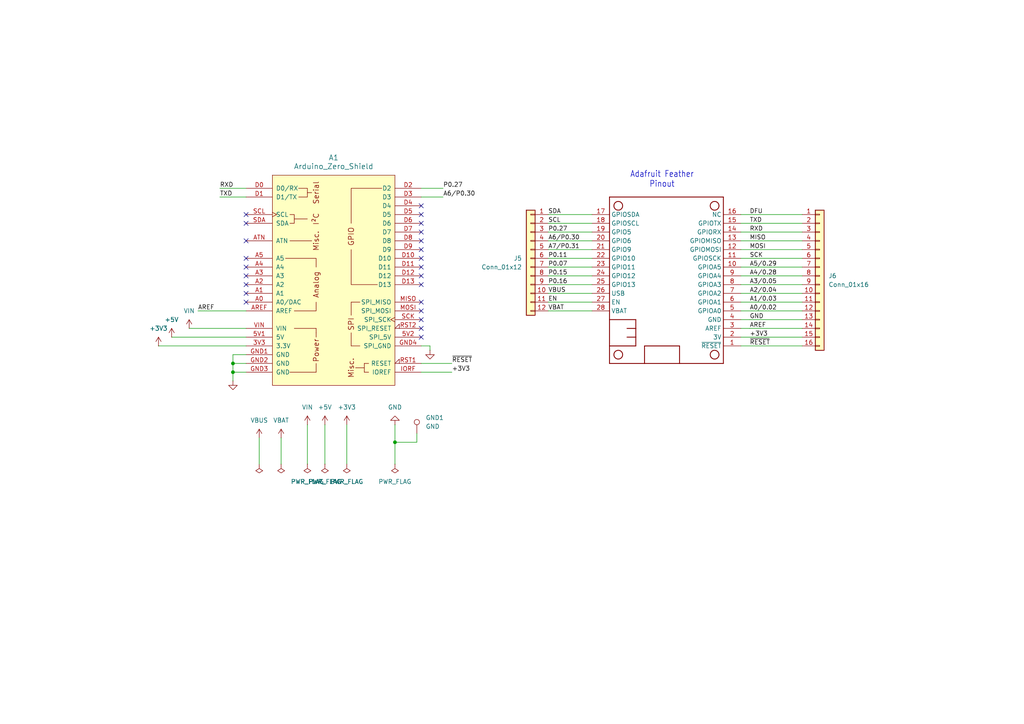
<source format=kicad_sch>
(kicad_sch (version 20231120) (generator "eeschema") (generator_version "8.0")
  (paper "A4")
  (title_block (title "Feather nRF52840 express to UNO layout") (date "2025-01-02") (rev "Ver 0.1") (company "Hankyong National University/SPAL"))
  (lib_symbols
    (symbol "+3V3_1" (power) (pin_numbers hide) (pin_names (offset 0) hide)
      (property "Value" "+3V3" (at 0 3.556 0))
      (symbol "+3V3_1_0_1"
        (polyline (pts (xy -0.762 1.27) (xy 0 2.54)))
        (polyline (pts (xy 0 0) (xy 0 2.54)))
        (polyline (pts (xy 0 2.54) (xy 0.762 1.27)))
      )
      (symbol "+3V3_1_1_1"
        (pin power_in line (at 0 0 90) (length 0) (name "~") (number "1"))
      )
    )
    (symbol "+5V_1" (power) (pin_numbers hide) (pin_names (offset 0) hide)
      (property "Value" "+5V" (at 0 3.556 0))
      (symbol "+5V_1_0_1"
        (polyline (pts (xy -0.762 1.27) (xy 0 2.54)))
        (polyline (pts (xy 0 0) (xy 0 2.54)))
        (polyline (pts (xy 0 2.54) (xy 0.762 1.27)))
      )
      (symbol "+5V_1_1_1"
        (pin power_in line (at 0 0 90) (length 0) (name "~") (number "1"))
      )
    )
    (symbol "Adafruit nRF52 Bluefruit Feather rev G-eagle-import:FEATHERWING_NODIM"
      (symbol "FEATHERWING_NODIM_1_0"
        (polyline (pts (xy 0 0) (xy 48.26 0)) (stroke (width 0.254)))
        (polyline (pts (xy 0 12.7) (xy 0 0)) (stroke (width 0.254)))
        (polyline (pts (xy 0 22.86) (xy 0 12.7)) (stroke (width 0.254)))
        (polyline (pts (xy 0 22.86) (xy 5.08 22.86)) (stroke (width 0.254)))
        (polyline (pts (xy 0 33.02) (xy 0 22.86)) (stroke (width 0.254)))
        (polyline (pts (xy 5.08 12.7) (xy 0 12.7)) (stroke (width 0.254)))
        (polyline (pts (xy 5.08 22.86) (xy 5.08 12.7)) (stroke (width 0.254)))
        (polyline (pts (xy 5.08 25.4) (xy 7.62 25.4)) (stroke (width 0.254)))
        (polyline (pts (xy 5.08 33.02) (xy 0 33.02)) (stroke (width 0.254)))
        (polyline (pts (xy 5.08 33.02) (xy 5.08 25.4)) (stroke (width 0.254)))
        (polyline (pts (xy 7.62 25.4) (xy 10.16 25.4)) (stroke (width 0.254)))
        (polyline (pts (xy 7.62 27.94) (xy 7.62 25.4)) (stroke (width 0.254)))
        (polyline (pts (xy 10.16 25.4) (xy 12.7 25.4)) (stroke (width 0.254)))
        (polyline (pts (xy 10.16 27.94) (xy 10.16 25.4)) (stroke (width 0.254)))
        (polyline (pts (xy 12.7 25.4) (xy 12.7 33.02)) (stroke (width 0.254)))
        (polyline (pts (xy 12.7 33.02) (xy 5.08 33.02)) (stroke (width 0.254)))
        (polyline (pts (xy 48.26 0) (xy 48.26 33.02)) (stroke (width 0.254)))
        (polyline (pts (xy 48.26 33.02) (xy 12.7 33.02)) (stroke (width 0.254)))
        (circle (center 2.54 2.54) (radius 1.27) (stroke (width 0.254)))
        (circle (center 2.54 30.48) (radius 1.27) (stroke (width 0.254)))
        (circle (center 45.72 2.54) (radius 1.27) (stroke (width 0.254)))
        (circle (center 45.72 30.48) (radius 1.27) (stroke (width 0.254)))
        (pin input line (at 5.08 -5.08 90) (length 5.08) (name "~{RESET}") (number "1"))
        (pin bidirectional line (at 27.94 -5.08 90) (length 5.08) (name "GPIOA5") (number "10"))
        (pin bidirectional line (at 30.48 -5.08 90) (length 5.08) (name "GPIOSCK") (number "11"))
        (pin bidirectional line (at 33.02 -5.08 90) (length 5.08) (name "GPIOMOSI") (number "12"))
        (pin bidirectional line (at 35.56 -5.08 90) (length 5.08) (name "GPIOMISO") (number "13"))
        (pin bidirectional line (at 38.1 -5.08 90) (length 5.08) (name "GPIORX") (number "14"))
        (pin bidirectional line (at 40.64 -5.08 90) (length 5.08) (name "GPIOTX") (number "15"))
        (pin passive line (at 43.18 -5.08 90) (length 5.08) (name "NC") (number "16"))
        (pin bidirectional line (at 43.18 38.1 270) (length 5.08) (name "GPIOSDA") (number "17"))
        (pin bidirectional line (at 40.64 38.1 270) (length 5.08) (name "GPIOSCL") (number "18"))
        (pin bidirectional line (at 38.1 38.1 270) (length 5.08) (name "GPIO5") (number "19"))
        (pin power_in line (at 7.62 -5.08 90) (length 5.08) (name "3V") (number "2"))
        (pin bidirectional line (at 35.56 38.1 270) (length 5.08) (name "GPIO6") (number "20"))
        (pin bidirectional line (at 33.02 38.1 270) (length 5.08) (name "GPIO9") (number "21"))
        (pin bidirectional line (at 30.48 38.1 270) (length 5.08) (name "GPIO10") (number "22"))
        (pin bidirectional line (at 27.94 38.1 270) (length 5.08) (name "GPIO11") (number "23"))
        (pin bidirectional line (at 25.4 38.1 270) (length 5.08) (name "GPIO12") (number "24"))
        (pin bidirectional line (at 22.86 38.1 270) (length 5.08) (name "GPIO13") (number "25"))
        (pin power_in line (at 20.32 38.1 270) (length 5.08) (name "USB") (number "26"))
        (pin passive line (at 17.78 38.1 270) (length 5.08) (name "EN") (number "27"))
        (pin power_in line (at 15.24 38.1 270) (length 5.08) (name "VBAT") (number "28"))
        (pin passive line (at 10.16 -5.08 90) (length 5.08) (name "AREF") (number "3"))
        (pin power_in line (at 12.7 -5.08 90) (length 5.08) (name "GND") (number "4"))
        (pin bidirectional line (at 15.24 -5.08 90) (length 5.08) (name "GPIOA0") (number "5"))
        (pin bidirectional line (at 17.78 -5.08 90) (length 5.08) (name "GPIOA1") (number "6"))
        (pin bidirectional line (at 20.32 -5.08 90) (length 5.08) (name "GPIOA2") (number "7"))
        (pin bidirectional line (at 22.86 -5.08 90) (length 5.08) (name "GPIOA3") (number "8"))
        (pin bidirectional line (at 25.4 -5.08 90) (length 5.08) (name "GPIOA4") (number "9"))
      )
    )
    (symbol "Connector:TestPoint" (pin_numbers hide) (pin_names (offset 0.762) hide)
      (property "Reference" "TP" (at 0 6.858 0))
      (property "Value" "TestPoint" (at 0 5.08 0))
      (symbol "TestPoint_0_1"
        (circle (center 0 3.302) (radius 0.762))
      )
      (symbol "TestPoint_1_1"
        (pin passive line (at 0 0 90) (length 2.54) (name "1") (number "1"))
      )
    )
    (symbol "Connector_Generic:Conn_01x12" (pin_names (offset 1.016) hide)
      (property "Reference" "J" (at 0 15.24 0))
      (property "Value" "Conn_01x12" (at 0 -17.78 0))
      (symbol "Conn_01x12_1_1"
        (rectangle (start -1.27 -15.113) (end 0 -15.367) (stroke (width 0.1524)))
        (rectangle (start -1.27 -12.573) (end 0 -12.827) (stroke (width 0.1524)))
        (rectangle (start -1.27 -10.033) (end 0 -10.287) (stroke (width 0.1524)))
        (rectangle (start -1.27 -7.493) (end 0 -7.747) (stroke (width 0.1524)))
        (rectangle (start -1.27 -4.953) (end 0 -5.207) (stroke (width 0.1524)))
        (rectangle (start -1.27 -2.413) (end 0 -2.667) (stroke (width 0.1524)))
        (rectangle (start -1.27 0.127) (end 0 -0.127) (stroke (width 0.1524)))
        (rectangle (start -1.27 2.667) (end 0 2.413) (stroke (width 0.1524)))
        (rectangle (start -1.27 5.207) (end 0 4.953) (stroke (width 0.1524)))
        (rectangle (start -1.27 7.747) (end 0 7.493) (stroke (width 0.1524)))
        (rectangle (start -1.27 10.287) (end 0 10.033) (stroke (width 0.1524)))
        (rectangle (start -1.27 12.827) (end 0 12.573) (stroke (width 0.1524)))
        (rectangle (start -1.27 13.97) (end 1.27 -16.51) (stroke (width 0.254)) (fill (type background)))
        (pin passive line (at -5.08 12.7 0) (length 3.81) (name "Pin_1") (number "1"))
        (pin passive line (at -5.08 -10.16 0) (length 3.81) (name "Pin_10") (number "10"))
        (pin passive line (at -5.08 -12.7 0) (length 3.81) (name "Pin_11") (number "11"))
        (pin passive line (at -5.08 -15.24 0) (length 3.81) (name "Pin_12") (number "12"))
        (pin passive line (at -5.08 10.16 0) (length 3.81) (name "Pin_2") (number "2"))
        (pin passive line (at -5.08 7.62 0) (length 3.81) (name "Pin_3") (number "3"))
        (pin passive line (at -5.08 5.08 0) (length 3.81) (name "Pin_4") (number "4"))
        (pin passive line (at -5.08 2.54 0) (length 3.81) (name "Pin_5") (number "5"))
        (pin passive line (at -5.08 0 0) (length 3.81) (name "Pin_6") (number "6"))
        (pin passive line (at -5.08 -2.54 0) (length 3.81) (name "Pin_7") (number "7"))
        (pin passive line (at -5.08 -5.08 0) (length 3.81) (name "Pin_8") (number "8"))
        (pin passive line (at -5.08 -7.62 0) (length 3.81) (name "Pin_9") (number "9"))
      )
    )
    (symbol "Connector_Generic:Conn_01x16" (pin_names (offset 1.016) hide)
      (property "Reference" "J" (at 0 20.32 0))
      (property "Value" "Conn_01x16" (at 0 -22.86 0))
      (symbol "Conn_01x16_1_1"
        (rectangle (start -1.27 -20.193) (end 0 -20.447) (stroke (width 0.1524)))
        (rectangle (start -1.27 -17.653) (end 0 -17.907) (stroke (width 0.1524)))
        (rectangle (start -1.27 -15.113) (end 0 -15.367) (stroke (width 0.1524)))
        (rectangle (start -1.27 -12.573) (end 0 -12.827) (stroke (width 0.1524)))
        (rectangle (start -1.27 -10.033) (end 0 -10.287) (stroke (width 0.1524)))
        (rectangle (start -1.27 -7.493) (end 0 -7.747) (stroke (width 0.1524)))
        (rectangle (start -1.27 -4.953) (end 0 -5.207) (stroke (width 0.1524)))
        (rectangle (start -1.27 -2.413) (end 0 -2.667) (stroke (width 0.1524)))
        (rectangle (start -1.27 0.127) (end 0 -0.127) (stroke (width 0.1524)))
        (rectangle (start -1.27 2.667) (end 0 2.413) (stroke (width 0.1524)))
        (rectangle (start -1.27 5.207) (end 0 4.953) (stroke (width 0.1524)))
        (rectangle (start -1.27 7.747) (end 0 7.493) (stroke (width 0.1524)))
        (rectangle (start -1.27 10.287) (end 0 10.033) (stroke (width 0.1524)))
        (rectangle (start -1.27 12.827) (end 0 12.573) (stroke (width 0.1524)))
        (rectangle (start -1.27 15.367) (end 0 15.113) (stroke (width 0.1524)))
        (rectangle (start -1.27 17.907) (end 0 17.653) (stroke (width 0.1524)))
        (rectangle (start -1.27 19.05) (end 1.27 -21.59) (stroke (width 0.254)) (fill (type background)))
        (pin passive line (at -5.08 17.78 0) (length 3.81) (name "Pin_1") (number "1"))
        (pin passive line (at -5.08 -5.08 0) (length 3.81) (name "Pin_10") (number "10"))
        (pin passive line (at -5.08 -7.62 0) (length 3.81) (name "Pin_11") (number "11"))
        (pin passive line (at -5.08 -10.16 0) (length 3.81) (name "Pin_12") (number "12"))
        (pin passive line (at -5.08 -12.7 0) (length 3.81) (name "Pin_13") (number "13"))
        (pin passive line (at -5.08 -15.24 0) (length 3.81) (name "Pin_14") (number "14"))
        (pin passive line (at -5.08 -17.78 0) (length 3.81) (name "Pin_15") (number "15"))
        (pin passive line (at -5.08 -20.32 0) (length 3.81) (name "Pin_16") (number "16"))
        (pin passive line (at -5.08 15.24 0) (length 3.81) (name "Pin_2") (number "2"))
        (pin passive line (at -5.08 12.7 0) (length 3.81) (name "Pin_3") (number "3"))
        (pin passive line (at -5.08 10.16 0) (length 3.81) (name "Pin_4") (number "4"))
        (pin passive line (at -5.08 7.62 0) (length 3.81) (name "Pin_5") (number "5"))
        (pin passive line (at -5.08 5.08 0) (length 3.81) (name "Pin_6") (number "6"))
        (pin passive line (at -5.08 2.54 0) (length 3.81) (name "Pin_7") (number "7"))
        (pin passive line (at -5.08 0 0) (length 3.81) (name "Pin_8") (number "8"))
        (pin passive line (at -5.08 -2.54 0) (length 3.81) (name "Pin_9") (number "9"))
      )
    )
    (symbol "GND_1" (power) (pin_numbers hide) (pin_names (offset 0) hide)
      (property "Value" "GND" (at 0 -3.81 0))
      (symbol "GND_1_0_1"
        (polyline (pts (xy 0 0) (xy 0 -1.27) (xy 1.27 -1.27) (xy 0 -2.54) (xy -1.27 -1.27) (xy 0 -1.27)))
      )
      (symbol "GND_1_1_1"
        (pin power_in line (at 0 0 270) (length 0) (name "~") (number "1"))
      )
    )
    (symbol "PCM_arduino-library:Arduino_Zero_Shield" (pin_names (offset 1.016))
      (property "Reference" "A" (at 0 36.83 0))
      (property "Value" "Arduino_Zero_Shield" (at 0 33.02 0))
      (symbol "Arduino_Zero_Shield_0_0"
        (rectangle (start -17.78 30.48) (end 17.78 -30.48) (fill (type background)))
        (rectangle (start -12.7 -26.67) (end -5.08 -26.67))
        (rectangle (start -11.43 -13.97) (end -5.08 -13.97))
        (polyline (pts (xy -11.43 17.78) (xy -7.62 17.78)))
        (polyline (pts (xy -7.62 25.4) (xy -6.35 25.4)))
        (polyline (pts (xy -6.35 11.43) (xy -12.7 11.43)))
        (polyline (pts (xy -5.08 -26.67) (xy -5.08 -24.13)))
        (polyline (pts (xy -5.08 -15.24) (xy -5.08 -16.51)))
        (polyline (pts (xy -5.08 -13.97) (xy -5.08 -15.24)))
        (polyline (pts (xy -5.08 -6.35) (xy -5.08 -8.89) (xy -11.43 -8.89)))
        (polyline (pts (xy -5.08 3.81) (xy -5.08 6.35) (xy -13.97 6.35)))
        (polyline (pts (xy 5.08 8.89) (xy 5.08 -1.27) (xy 12.7 -1.27)))
        (polyline (pts (xy 5.08 16.51) (xy 5.08 26.67) (xy 13.97 26.67)))
        (polyline (pts (xy -12.7 19.05) (xy -11.43 19.05) (xy -11.43 16.51) (xy -12.7 16.51)))
        (polyline (pts (xy -10.16 26.67) (xy -7.62 26.67) (xy -7.62 24.13) (xy -10.16 24.13)))
        (rectangle (start 5.08 -19.05) (end 5.08 -15.24))
        (rectangle (start 5.08 -19.05) (end 7.62 -19.05))
        (rectangle (start 5.08 -10.16) (end 5.08 -6.35))
        (rectangle (start 7.62 -6.35) (end 5.08 -6.35))
        (rectangle (start 8.89 -25.4) (end 6.35 -25.4))
        (rectangle (start 8.89 -24.13) (end 8.89 -26.67))
        (rectangle (start 10.16 -26.67) (end 8.89 -26.67))
        (rectangle (start 10.16 -24.13) (end 8.89 -24.13))
        (text "Analog" (at -5.08 -1.27 900) (effects (font (size 1.524 1.524))))
        (text "I²C" (at -5.08 17.78 900) (effects (font (size 1.524 1.524))))
        (text "Misc." (at -5.08 11.43 900) (effects (font (size 1.524 1.524))))
        (text "Misc." (at 5.08 -25.4 900) (effects (font (size 1.524 1.524))))
        (text "Power" (at -5.08 -20.32 900) (effects (font (size 1.524 1.524))))
        (text "Serial" (at -5.08 25.4 900) (effects (font (size 1.524 1.524))))
        (text "SPI" (at 5.08 -12.7 900) (effects (font (size 1.524 1.524))))
      )
      (symbol "Arduino_Zero_Shield_1_0"
        (text "GPIO" (at 5.08 12.7 900) (effects (font (size 1.524 1.524))))
      )
      (symbol "Arduino_Zero_Shield_1_1"
        (pin power_in line (at -25.4 -19.05 0) (length 7.62) (name "3.3V") (number "3V3"))
        (pin power_in line (at -25.4 -16.51 0) (length 7.62) (name "5V") (number "5V1"))
        (pin power_in line (at 25.4 -16.51 180) (length 7.62) (name "SPI_5V") (number "5V2"))
        (pin bidirectional line (at -25.4 -6.35 0) (length 7.62) (name "A0/DAC") (number "A0"))
        (pin bidirectional line (at -25.4 -3.81 0) (length 7.62) (name "A1") (number "A1"))
        (pin bidirectional line (at -25.4 -1.27 0) (length 7.62) (name "A2") (number "A2"))
        (pin bidirectional line (at -25.4 1.27 0) (length 7.62) (name "A3") (number "A3"))
        (pin bidirectional line (at -25.4 3.81 0) (length 7.62) (name "A4") (number "A4"))
        (pin bidirectional line (at -25.4 6.35 0) (length 7.62) (name "A5") (number "A5"))
        (pin input line (at -25.4 -8.89 0) (length 7.62) (name "AREF") (number "AREF"))
        (pin bidirectional line (at -25.4 11.43 0) (length 7.62) (name "ATN") (number "ATN"))
        (pin bidirectional line (at -25.4 26.67 0) (length 7.62) (name "D0/RX") (number "D0"))
        (pin bidirectional line (at -25.4 24.13 0) (length 7.62) (name "D1/TX") (number "D1"))
        (pin bidirectional line (at 25.4 6.35 180) (length 7.62) (name "D10") (number "D10"))
        (pin bidirectional line (at 25.4 3.81 180) (length 7.62) (name "D11") (number "D11"))
        (pin bidirectional line (at 25.4 1.27 180) (length 7.62) (name "D12") (number "D12"))
        (pin bidirectional line (at 25.4 -1.27 180) (length 7.62) (name "D13") (number "D13"))
        (pin bidirectional line (at 25.4 26.67 180) (length 7.62) (name "D2") (number "D2"))
        (pin bidirectional line (at 25.4 24.13 180) (length 7.62) (name "D3") (number "D3"))
        (pin bidirectional line (at 25.4 21.59 180) (length 7.62) (name "D4") (number "D4"))
        (pin bidirectional line (at 25.4 19.05 180) (length 7.62) (name "D5") (number "D5"))
        (pin bidirectional line (at 25.4 16.51 180) (length 7.62) (name "D6") (number "D6"))
        (pin bidirectional line (at 25.4 13.97 180) (length 7.62) (name "D7") (number "D7"))
        (pin bidirectional line (at 25.4 11.43 180) (length 7.62) (name "D8") (number "D8"))
        (pin bidirectional line (at 25.4 8.89 180) (length 7.62) (name "D9") (number "D9"))
        (pin power_in line (at -25.4 -21.59 0) (length 7.62) (name "GND") (number "GND1"))
        (pin power_in line (at -25.4 -24.13 0) (length 7.62) (name "GND") (number "GND2"))
        (pin power_in line (at -25.4 -26.67 0) (length 7.62) (name "GND") (number "GND3"))
        (pin power_in line (at 25.4 -19.05 180) (length 7.62) (name "SPI_GND") (number "GND4"))
        (pin output line (at 25.4 -26.67 180) (length 7.62) (name "IOREF") (number "IORF"))
        (pin input line (at 25.4 -6.35 180) (length 7.62) (name "SPI_MISO") (number "MISO"))
        (pin output line (at 25.4 -8.89 180) (length 7.62) (name "SPI_MOSI") (number "MOSI"))
        (pin open_collector input_low (at 25.4 -24.13 180) (length 7.62) (name "RESET") (number "RST1"))
        (pin open_collector input_low (at 25.4 -13.97 180) (length 7.62) (name "SPI_RESET") (number "RST2"))
        (pin output clock (at 25.4 -11.43 180) (length 7.62) (name "SPI_SCK") (number "SCK"))
        (pin bidirectional clock (at -25.4 19.05 0) (length 7.62) (name "SCL") (number "SCL"))
        (pin bidirectional line (at -25.4 16.51 0) (length 7.62) (name "SDA") (number "SDA"))
        (pin power_in line (at -25.4 -13.97 0) (length 7.62) (name "VIN") (number "VIN"))
      )
    )
    (symbol "VCC_1" (power) (pin_numbers hide) (pin_names (offset 0) hide)
      (property "Value" "VCC" (at 0 3.556 0))
      (symbol "VCC_1_0_1"
        (polyline (pts (xy -0.762 1.27) (xy 0 2.54)))
        (polyline (pts (xy 0 0) (xy 0 2.54)))
        (polyline (pts (xy 0 2.54) (xy 0.762 1.27)))
      )
      (symbol "VCC_1_1_1"
        (pin power_in line (at 0 0 90) (length 0) (name "~") (number "1"))
      )
    )
    (symbol "power:PWR_FLAG" (power) (pin_numbers hide) (pin_names (offset 0) hide)
      (property "Value" "PWR_FLAG" (at 0 3.81 0))
      (symbol "PWR_FLAG_0_0"
        (pin power_out line (at 0 0 90) (length 0) (name "~") (number "1"))
      )
      (symbol "PWR_FLAG_0_1"
        (polyline (pts (xy 0 0) (xy 0 1.27) (xy -1.016 1.905) (xy 0 2.54) (xy 1.016 1.905) (xy 0 1.27)))
      )
    )
    (symbol "power:VBUS" (power) (pin_numbers hide) (pin_names (offset 0) hide)
      (property "Value" "VBUS" (at 0 3.556 0))
      (symbol "VBUS_0_1"
        (polyline (pts (xy -0.762 1.27) (xy 0 2.54)))
        (polyline (pts (xy 0 0) (xy 0 2.54)))
        (polyline (pts (xy 0 2.54) (xy 0.762 1.27)))
      )
      (symbol "VBUS_1_1"
        (pin power_in line (at 0 0 90) (length 0) (name "~") (number "1"))
      )
    )
  )
  (junction (at 67.564 107.95))
  (junction (at 114.554 128.27))
  (junction (at 67.564 105.41))
  (no_connect (at 71.374 77.47))
  (no_connect (at 122.174 87.63))
  (no_connect (at 71.374 74.93))
  (no_connect (at 122.174 95.25))
  (no_connect (at 71.374 80.01))
  (no_connect (at 122.174 80.01))
  (no_connect (at 71.374 85.09))
  (no_connect (at 122.174 67.31))
  (no_connect (at 122.174 72.39))
  (no_connect (at 122.174 74.93))
  (no_connect (at 71.374 62.23))
  (no_connect (at 122.174 82.55))
  (no_connect (at 122.174 97.79))
  (no_connect (at 122.174 59.69))
  (no_connect (at 71.374 69.85))
  (no_connect (at 122.174 62.23))
  (no_connect (at 71.374 82.55))
  (no_connect (at 122.174 92.71))
  (no_connect (at 122.174 90.17))
  (no_connect (at 122.174 69.85))
  (no_connect (at 71.374 64.77))
  (no_connect (at 122.174 64.77))
  (no_connect (at 71.374 87.63))
  (no_connect (at 122.174 77.47))
  (wire (pts (xy 63.754 57.15) (xy 71.374 57.15)))
  (wire (pts (xy 214.884 90.17) (xy 232.664 90.17)) (stroke (width 0.1524)))
  (wire (pts (xy 122.174 100.33) (xy 124.714 100.33)))
  (wire (pts (xy 214.884 77.47) (xy 232.664 77.47)) (stroke (width 0.1524)))
  (wire (pts (xy 171.704 69.85) (xy 159.004 69.85)) (stroke (width 0.1524)))
  (wire (pts (xy 217.424 95.25) (xy 232.664 95.25)))
  (wire (pts (xy 214.884 64.77) (xy 232.664 64.77)))
  (wire (pts (xy 171.704 64.77) (xy 159.004 64.77)) (stroke (width 0.1524)))
  (wire (pts (xy 89.154 123.19) (xy 89.154 134.62)))
  (wire (pts (xy 122.174 107.95) (xy 131.064 107.95)))
  (wire (pts (xy 214.884 67.31) (xy 232.664 67.31)))
  (wire (pts (xy 114.554 128.27) (xy 114.554 134.62)))
  (wire (pts (xy 67.564 102.87) (xy 67.564 105.41)))
  (wire (pts (xy 159.004 85.09) (xy 171.704 85.09)) (stroke (width 0.1524)))
  (wire (pts (xy 49.784 97.79) (xy 71.374 97.79)))
  (wire (pts (xy 122.174 105.41) (xy 131.064 105.41)))
  (wire (pts (xy 214.884 87.63) (xy 232.664 87.63)) (stroke (width 0.1524)))
  (wire (pts (xy 214.884 74.93) (xy 232.664 74.93)) (stroke (width 0.1524)))
  (wire (pts (xy 54.864 95.25) (xy 71.374 95.25)))
  (wire (pts (xy 57.404 90.17) (xy 71.374 90.17)))
  (wire (pts (xy 159.004 67.31) (xy 171.704 67.31)))
  (wire (pts (xy 159.004 90.17) (xy 171.704 90.17)))
  (wire (pts (xy 214.884 85.09) (xy 232.664 85.09)) (stroke (width 0.1524)))
  (wire (pts (xy 159.004 74.93) (xy 171.704 74.93)) (stroke (width 0.1524)))
  (wire (pts (xy 122.174 54.61) (xy 128.524 54.61)))
  (wire (pts (xy 120.904 128.27) (xy 114.554 128.27)))
  (wire (pts (xy 171.704 87.63) (xy 159.004 87.63)) (stroke (width 0.1524)))
  (wire (pts (xy 217.424 92.71) (xy 232.664 92.71)))
  (wire (pts (xy 214.884 95.25) (xy 217.424 95.25)) (stroke (width 0.1524)))
  (wire (pts (xy 100.584 123.19) (xy 100.584 134.62)))
  (wire (pts (xy 67.564 107.95) (xy 67.564 110.49)))
  (wire (pts (xy 120.904 125.73) (xy 120.904 128.27)))
  (wire (pts (xy 67.564 107.95) (xy 71.374 107.95)))
  (wire (pts (xy 122.174 57.15) (xy 128.524 57.15)))
  (wire (pts (xy 124.714 100.33) (xy 124.714 101.6)))
  (wire (pts (xy 171.704 62.23) (xy 159.004 62.23)) (stroke (width 0.1524)))
  (wire (pts (xy 214.884 62.23) (xy 232.664 62.23)) (stroke (width 0.1524)))
  (wire (pts (xy 217.424 92.71) (xy 214.884 92.71)) (stroke (width 0.1524)))
  (wire (pts (xy 75.184 127) (xy 75.184 134.62)))
  (wire (pts (xy 214.884 82.55) (xy 232.664 82.55)) (stroke (width 0.1524)))
  (wire (pts (xy 45.974 100.33) (xy 71.374 100.33)))
  (wire (pts (xy 159.004 80.01) (xy 171.704 80.01)) (stroke (width 0.1524)))
  (wire (pts (xy 63.754 54.61) (xy 71.374 54.61)))
  (wire (pts (xy 159.004 82.55) (xy 171.704 82.55)) (stroke (width 0.1524)))
  (wire (pts (xy 214.884 69.85) (xy 232.664 69.85)) (stroke (width 0.1524)))
  (wire (pts (xy 71.374 102.87) (xy 67.564 102.87)))
  (wire (pts (xy 214.884 100.33) (xy 232.664 100.33)) (stroke (width 0.1524)))
  (wire (pts (xy 214.884 97.79) (xy 232.664 97.79)))
  (wire (pts (xy 214.884 72.39) (xy 232.664 72.39)) (stroke (width 0.1524)))
  (wire (pts (xy 94.234 123.19) (xy 94.234 134.62)))
  (wire (pts (xy 67.564 105.41) (xy 67.564 107.95)))
  (wire (pts (xy 159.004 77.47) (xy 171.704 77.47)) (stroke (width 0.1524)))
  (wire (pts (xy 67.564 105.41) (xy 71.374 105.41)))
  (wire (pts (xy 114.554 123.19) (xy 114.554 128.27)))
  (wire (pts (xy 171.704 72.39) (xy 159.004 72.39)) (stroke (width 0.1524)))
  (wire (pts (xy 214.884 80.01) (xy 232.664 80.01)) (stroke (width 0.1524)))
  (wire (pts (xy 81.534 134.62) (xy 81.534 127)))
  (text "Adafruit Feather\nPinout" (at 192.024 52.07 0) (effects (font (size 1.778 1.5113))))
  (label "GND" (at 217.424 92.71 0))
  (label "RXD" (at 217.424 67.31 0) (effects (font (size 1.2446 1.2446))))
  (label "P0.27" (at 159.004 67.31 0) (effects (font (size 1.2446 1.2446))))
  (label "A6{slash}P0.30" (at 128.524 57.15 0))
  (label "P0.16" (at 159.004 82.55 0) (effects (font (size 1.2446 1.2446))))
  (label "SCL" (at 159.004 64.77 0) (effects (font (size 1.2446 1.2446))))
  (label "A6/P0.30" (at 159.004 69.85 0) (effects (font (size 1.2446 1.2446))))
  (label "TXD" (at 217.424 64.77 0) (effects (font (size 1.2446 1.2446))))
  (label "RXD" (at 63.754 54.61 0))
  (label "A4/0.28" (at 217.424 80.01 0) (effects (font (size 1.2446 1.2446))))
  (label "MOSI" (at 217.424 72.39 0) (effects (font (size 1.2446 1.2446))))
  (label "~{RESET}" (at 217.424 100.33 0))
  (label "A1/0.03" (at 217.424 87.63 0) (effects (font (size 1.2446 1.2446))))
  (label "EN" (at 159.004 87.63 0) (effects (font (size 1.2446 1.2446))))
  (label "MISO" (at 217.424 69.85 0) (effects (font (size 1.2446 1.2446))))
  (label "SDA" (at 159.004 62.23 0) (effects (font (size 1.2446 1.2446))))
  (label "P0.15" (at 159.004 80.01 0) (effects (font (size 1.2446 1.2446))))
  (label "A7/P0.31" (at 159.004 72.39 0) (effects (font (size 1.2446 1.2446))))
  (label "P0.11" (at 159.004 74.93 0) (effects (font (size 1.2446 1.2446))))
  (label "SCK" (at 217.424 74.93 0) (effects (font (size 1.2446 1.2446))))
  (label "VBAT" (at 159.004 90.17 0))
  (label "TXD" (at 63.754 57.15 0))
  (label "P0.27" (at 128.524 54.61 0))
  (label "A2/0.04" (at 217.424 85.09 0) (effects (font (size 1.2446 1.2446))))
  (label "AREF" (at 217.424 95.25 0))
  (label "+3V3" (at 131.064 107.95 0))
  (label "+3V3" (at 217.424 97.79 0))
  (label "A3/0.05" (at 217.424 82.55 0) (effects (font (size 1.2446 1.2446))))
  (label "VBUS" (at 159.004 85.09 0))
  (label "A5/0.29" (at 217.424 77.47 0) (effects (font (size 1.2446 1.2446))))
  (label "P0.07" (at 159.004 77.47 0) (effects (font (size 1.2446 1.2446))))
  (label "DFU" (at 217.424 62.23 0) (effects (font (size 1.2446 1.2446))))
  (label "AREF" (at 57.404 90.17 0))
  (label "~{RESET}" (at 131.064 105.41 0))
  (label "A0/0.02" (at 217.424 90.17 0) (effects (font (size 1.2446 1.2446))))
  (symbol (lib_id "Connector:TestPoint") (at 120.904 125.73 0) (unit 1)
    (property "Reference" "GND1" (at 123.444 121.1579 0) (effects (justify left)))
    (property "Value" "GND" (at 123.444 123.6979 0) (effects (justify left)))
    (property "Footprint" "Connector_PinHeader_2.54mm:PinHeader_1x01_P2.54mm_Vertical" (effects (hide yes)))
    (property "Description" "test point" (effects (hide yes)))
  )
  (symbol (lib_id "power:PWR_FLAG") (at 100.584 134.62 180) (unit 1)
    (property "Reference" "#FLG03" (effects (hide yes)))
    (property "Value" "PWR_FLAG" (at 100.584 139.7 0))
    (property "Description" "Special symbol for telling ERC where power comes from" (effects (hide yes)))
  )
  (symbol (lib_id "Adafruit nRF52 Bluefruit Feather rev G-eagle-import:FEATHERWING_NODIM") (at 209.804 105.41 90) (unit 1)
    (property "Reference" "MS1" (effects (hide yes)))
    (property "Value" "FEATHERWING_NODIM" (effects (hide yes)))
    (property "Footprint" "Adafruit nRF52 Bluefruit Feather rev G:FEATHERWING_NODIM" (effects (hide yes)))
  )
  (symbol (lib_id "power:PWR_FLAG") (at 81.534 134.62 180) (unit 1)
    (property "Reference" "#FLG05" (effects (hide yes)))
    (property "Value" "PWR_FLAG" (effects (hide yes)))
    (property "Description" "Special symbol for telling ERC where power comes from" (effects (hide yes)))
  )
  (symbol (lib_id "power:PWR_FLAG") (at 75.184 134.62 180) (unit 1)
    (property "Reference" "#FLG04" (effects (hide yes)))
    (property "Value" "PWR_FLAG" (effects (hide yes)))
    (property "Description" "Special symbol for telling ERC where power comes from" (effects (hide yes)))
  )
  (symbol (lib_name "+5V_1") (lib_id "power:+5V") (at 49.784 97.79 0) (unit 1)
    (property "Reference" "#PWR08" (effects (hide yes)))
    (property "Value" "+5V" (at 49.784 92.71 0))
    (property "Description" "Power symbol creates a global label with name \"+5V\"" (effects (hide yes)))
  )
  (symbol (lib_id "power:PWR_FLAG") (at 114.554 134.62 180) (unit 1)
    (property "Reference" "#FLG06" (effects (hide yes)))
    (property "Value" "PWR_FLAG" (at 114.554 139.7 0))
    (property "Description" "Special symbol for telling ERC where power comes from" (effects (hide yes)))
  )
  (symbol (lib_id "Connector_Generic:Conn_01x12") (at 153.924 74.93 0) (mirror y) (unit 1)
    (property "Reference" "J5" (at 151.384 74.9299 0) (effects (justify left)))
    (property "Value" "Conn_01x12" (at 151.384 77.4699 0) (effects (justify left)))
    (property "Footprint" "Connector_PinHeader_2.54mm:PinHeader_1x12_P2.54mm_Vertical" (effects (hide yes)))
    (property "Description" "Generic connector, single row, 01x12, script generated (kicad-library-utils/schlib/autogen/connector/)" (effects (hide yes)))
  )
  (symbol (lib_id "power:VBUS") (at 75.184 127 0) (unit 1)
    (property "Reference" "#PWR05" (effects (hide yes)))
    (property "Value" "VBUS" (at 75.184 121.92 0))
    (property "Description" "Power symbol creates a global label with name \"VBUS\"" (effects (hide yes)))
  )
  (symbol (lib_name "GND_1") (lib_id "power:GND") (at 124.714 101.6 0) (unit 1)
    (property "Reference" "#PWR013" (effects (hide yes)))
    (property "Value" "GND" (effects (hide yes)))
    (property "Description" "Power symbol creates a global label with name \"GND\" , ground" (effects (hide yes)))
  )
  (symbol (lib_name "VCC_1") (lib_id "power:VCC") (at 89.154 123.19 0) (unit 1)
    (property "Reference" "#PWR07" (effects (hide yes)))
    (property "Value" "VIN" (at 89.154 118.11 0))
    (property "Description" "Power symbol creates a global label with name \"VCC\"" (effects (hide yes)))
  )
  (symbol (lib_name "+3V3_1") (lib_id "power:+3V3") (at 45.974 100.33 0) (unit 1)
    (property "Reference" "#PWR03" (effects (hide yes)))
    (property "Value" "+3V3" (at 45.974 95.25 0))
    (property "Description" "Power symbol creates a global label with name \"+3V3\"" (effects (hide yes)))
  )
  (symbol (lib_id "power:PWR_FLAG") (at 94.234 134.62 180) (unit 1)
    (property "Reference" "#FLG02" (effects (hide yes)))
    (property "Value" "PWR_FLAG" (at 94.234 139.7 0))
    (property "Description" "Special symbol for telling ERC where power comes from" (effects (hide yes)))
  )
  (symbol (lib_id "power:VBUS") (at 81.534 127 0) (unit 1)
    (property "Reference" "#PWR06" (effects (hide yes)))
    (property "Value" "VBAT" (at 81.534 121.92 0))
    (property "Description" "Power symbol creates a global label with name \"VBUS\"" (effects (hide yes)))
  )
  (symbol (lib_name "VCC_1") (lib_id "power:VCC") (at 54.864 95.25 0) (unit 1)
    (property "Reference" "#PWR01" (effects (hide yes)))
    (property "Value" "VIN" (at 54.864 90.17 0))
    (property "Description" "Power symbol creates a global label with name \"VCC\"" (effects (hide yes)))
  )
  (symbol (lib_id "Connector_Generic:Conn_01x16") (at 237.744 80.01 0) (unit 1)
    (property "Reference" "J6" (at 240.284 80.0099 0) (effects (justify left)))
    (property "Value" "Conn_01x16" (at 240.284 82.5499 0) (effects (justify left)))
    (property "Footprint" "Connector_PinHeader_2.54mm:PinHeader_1x16_P2.54mm_Vertical" (effects (hide yes)))
    (property "Description" "Generic connector, single row, 01x16, script generated (kicad-library-utils/schlib/autogen/connector/)" (effects (hide yes)))
  )
  (symbol (lib_name "+5V_1") (lib_id "power:+5V") (at 94.234 123.19 0) (unit 1)
    (property "Reference" "#PWR02" (effects (hide yes)))
    (property "Value" "+5V" (at 94.234 118.11 0))
    (property "Description" "Power symbol creates a global label with name \"+5V\"" (effects (hide yes)))
  )
  (symbol (lib_id "power:PWR_FLAG") (at 89.154 134.62 180) (unit 1)
    (property "Reference" "#FLG01" (effects (hide yes)))
    (property "Value" "PWR_FLAG" (at 89.154 139.7 0))
    (property "Description" "Special symbol for telling ERC where power comes from" (effects (hide yes)))
  )
  (symbol (lib_id "PCM_arduino-library:Arduino_Zero_Shield") (at 96.774 81.28 0) (unit 1)
    (property "Reference" "A1" (at 96.774 45.72 0) (effects (font (size 1.524 1.524))))
    (property "Value" "Arduino_Zero_Shield" (at 96.774 48.26 0) (effects (font (size 1.524 1.524))))
    (property "Footprint" "PCM_arduino-library:Arduino_Zero_Shield" (effects (hide yes)))
    (property "Datasheet" "https://docs.arduino.cc/hardware/zero" (effects (hide yes)))
    (property "Description" "Shield for Arduino Zero" (effects (hide yes)))
  )
  (symbol (lib_name "+3V3_1") (lib_id "power:+3V3") (at 100.584 123.19 0) (unit 1)
    (property "Reference" "#PWR011" (effects (hide yes)))
    (property "Value" "+3V3" (at 100.584 118.11 0))
    (property "Description" "Power symbol creates a global label with name \"+3V3\"" (effects (hide yes)))
  )
  (symbol (lib_name "GND_1") (lib_id "power:GND") (at 67.564 110.49 0) (unit 1)
    (property "Reference" "#PWR012" (effects (hide yes)))
    (property "Value" "GND" (effects (hide yes)))
    (property "Description" "Power symbol creates a global label with name \"GND\" , ground" (effects (hide yes)))
  )
  (symbol (lib_name "GND_1") (lib_id "power:GND") (at 114.554 123.19 180) (unit 1)
    (property "Reference" "#PWR010" (effects (hide yes)))
    (property "Value" "GND" (at 114.554 118.11 0))
    (property "Description" "Power symbol creates a global label with name \"GND\" , ground" (effects (hide yes)))
  )
)
</source>
